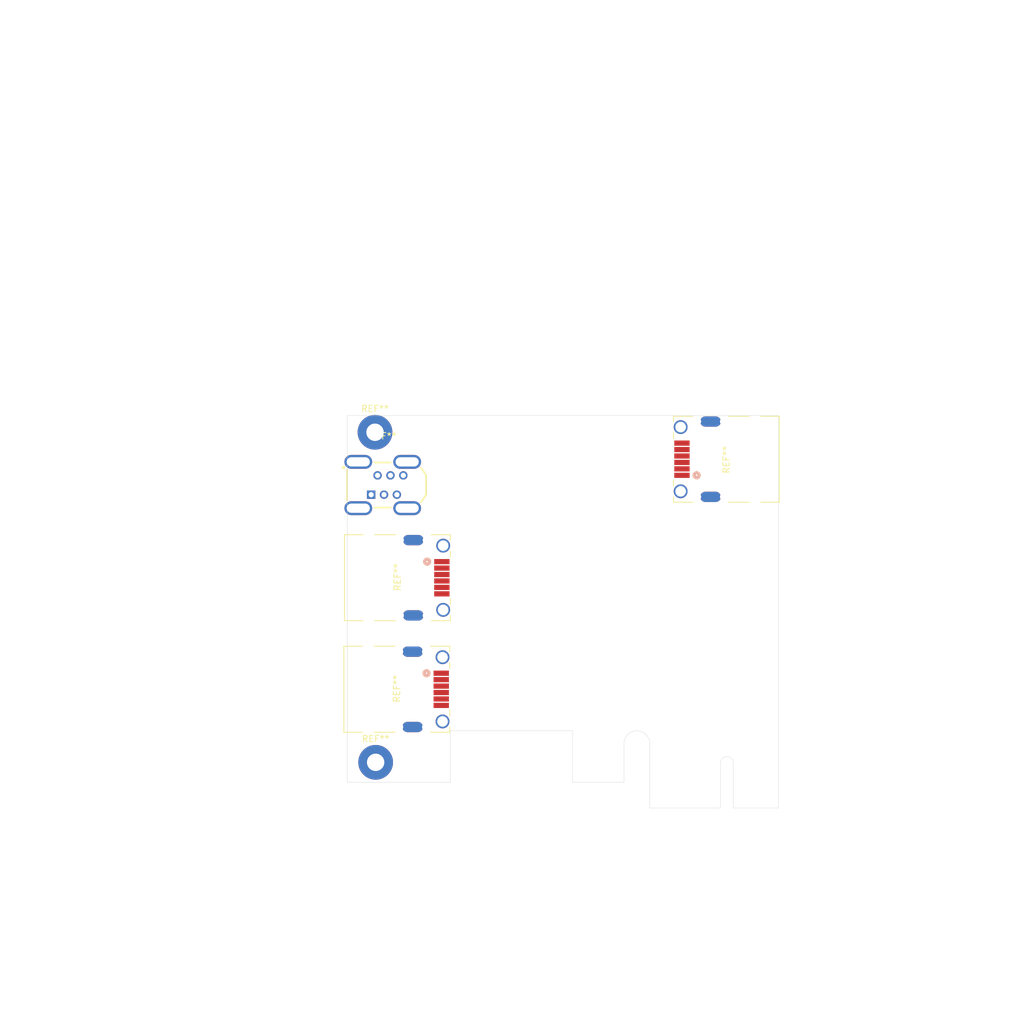
<source format=kicad_pcb>
(kicad_pcb (version 20241229) (generator "pcbnew") (generator_version "9.0")
  (layers (0 "F.Cu" signal) (2 "B.Cu" signal) (13 "F.Paste" user) (15 "B.Paste" user) (5 "F.SilkS" user "F.Silkscreen") (7 "B.SilkS" user "B.Silkscreen") (1 "F.Mask" user) (3 "B.Mask" user) (25 "Edge.Cuts" user))
  (net 0 "")
  (footprint "534620629:CONN6_62-0629_MOL" (layer "F.Cu") (at 141.1928 65.7108 -90)
    (property "Reference" "REF**" (at 2.413 6.9088 90) (layer "F.SilkS"))
    (property "Value" "CONN6_62-0629_MOL")
    (fp_line (start -4.191 15.1384) (end 9.1694 15.1384) (stroke (width 0.1524)) (layer "F.SilkS"))
    (fp_line (start 9.1694 15.1384) (end 9.1694 12.2428) (stroke (width 0.1524)) (layer "F.SilkS"))
    (fp_line (start -4.191 12.2428) (end -4.191 15.1384) (stroke (width 0.1524)) (layer "F.SilkS"))
    (fp_line (start 9.1694 10.4648) (end 9.1694 7.2136) (stroke (width 0.1524)) (layer "F.SilkS"))
    (fp_line (start -4.191 7.2136) (end -4.191 10.4648) (stroke (width 0.1524)) (layer "F.SilkS"))
    (fp_line (start 9.1694 1.6764) (end 9.1694 -1.3208) (stroke (width 0.1524)) (layer "F.SilkS"))
    (fp_line (start -4.191 -1.3208) (end -4.191 1.6764) (stroke (width 0.1524)) (layer "F.SilkS"))
    (fp_line (start -3.3528 -1.3208) (end -4.191 -1.3208) (stroke (width 0.1524)) (layer "F.SilkS"))
    (fp_line (start -0.7112 -1.3208) (end -1.651 -1.3208) (stroke (width 0.1524)) (layer "F.SilkS"))
    (fp_line (start 6.6294 -1.3208) (end 5.715 -1.3208) (stroke (width 0.1524)) (layer "F.SilkS"))
    (fp_line (start 9.1694 -1.3208) (end 8.3566 -1.3208) (stroke (width 0.1524)) (layer "F.SilkS"))
    (fp_arc (start -0.381 2.286) (mid 0 1.905) (end 0.381 2.286) (stroke (width 0.508)) (layer "F.SilkS"))
    (fp_arc (start 0.381 2.286) (mid 0 2.667) (end -0.381 2.286) (stroke (width 0.508)) (layer "F.SilkS"))
    (fp_arc (start -0.381 2.286) (mid 0 1.905) (end 0.381 2.286) (stroke (width 0.508)) (layer "B.SilkS"))
    (fp_arc (start 0.381 2.286) (mid 0 2.667) (end -0.381 2.286) (stroke (width 0.508)) (layer "B.SilkS"))
    (pad "" np_thru_hole circle (at -3.3528 2.4384 270) (size 1.0922 1.0922) (drill 1.0922) (layers "*.Cu" "*.Mask"))
    (pad "" np_thru_hole circle (at -3.3528 6.4516 270) (size 1.0922 1.0922) (drill 1.0922) (layers "*.Cu" "*.Mask"))
    (pad "" np_thru_hole circle (at 8.3566 2.4384 270) (size 1.0922 1.0922) (drill 1.0922) (layers "*.Cu" "*.Mask"))
    (pad "" np_thru_hole circle (at 8.3566 6.4516 270) (size 1.0922 1.0922) (drill 1.0922) (layers "*.Cu" "*.Mask"))
    (pad "1" smd rect (at 0 0 270) (size 0.8128 2.3876) (layers "F.Cu" "F.Mask" "F.Paste"))
    (pad "2" smd rect (at 0.999997 0 270) (size 0.8128 2.3876) (layers "F.Cu" "F.Mask" "F.Paste"))
    (pad "3" smd rect (at 2 0 270) (size 0.8128 2.3876) (layers "F.Cu" "F.Mask" "F.Paste"))
    (pad "4" smd rect (at 2.99999 0 270) (size 0.8128 2.3876) (layers "F.Cu" "F.Mask" "F.Paste"))
    (pad "5" smd rect (at 3.99999 0 270) (size 0.8128 2.3876) (layers "F.Cu" "F.Mask" "F.Paste"))
    (pad "6" smd rect (at 4.99999 0 270) (size 0.8128 2.3876) (layers "F.Cu" "F.Mask" "F.Paste"))
    (pad "7" thru_hole circle (at -2.4892 -0.2032 270) (size 2.159 2.159) (drill 1.651) (layers "*.Cu" "*.Mask"))
    (pad "8" thru_hole circle (at 7.493 -0.2032 270) (size 2.159 2.159) (drill 1.651) (layers "*.Cu" "*.Mask"))
    (pad "9" thru_hole oval (at -3.3528 4.445 270) (size 1.6002 3.2004) (drill 0.0254) (layers "*.Cu" "*.Mask"))
    (pad "10" thru_hole oval (at 8.3566 4.445 270) (size 1.6002 3.2004) (drill 0.0254) (layers "*.Cu" "*.Mask"))
  )
  (footprint "MountingHole:MountingHole_2.7mm_M2.5_Pad" (layer "F.Cu") (at 130.8 45.6)
    (property "Reference" "REF**" (at 0 -3.65 0) (layer "F.SilkS"))
    (property "Value" "MountingHole_2.7mm_M2.5_Pad")
    (pad "1" thru_hole circle (at 0 0) (size 5.4 5.4) (drill 2.7) (layers "*.Cu" "*.Mask"))
  )
  (footprint "534620629:CONN6_62-0629_MOL" (layer "F.Cu") (at 141.0928 83.0528 -90)
    (property "Reference" "REF**" (at 2.413 6.9088 90) (layer "F.SilkS"))
    (property "Value" "CONN6_62-0629_MOL")
    (fp_line (start -4.191 15.1384) (end 9.1694 15.1384) (stroke (width 0.1524)) (layer "F.SilkS"))
    (fp_line (start 9.1694 15.1384) (end 9.1694 12.2428) (stroke (width 0.1524)) (layer "F.SilkS"))
    (fp_line (start -4.191 12.2428) (end -4.191 15.1384) (stroke (width 0.1524)) (layer "F.SilkS"))
    (fp_line (start 9.1694 10.4648) (end 9.1694 7.2136) (stroke (width 0.1524)) (layer "F.SilkS"))
    (fp_line (start -4.191 7.2136) (end -4.191 10.4648) (stroke (width 0.1524)) (layer "F.SilkS"))
    (fp_line (start 9.1694 1.6764) (end 9.1694 -1.3208) (stroke (width 0.1524)) (layer "F.SilkS"))
    (fp_line (start -4.191 -1.3208) (end -4.191 1.6764) (stroke (width 0.1524)) (layer "F.SilkS"))
    (fp_line (start -3.3528 -1.3208) (end -4.191 -1.3208) (stroke (width 0.1524)) (layer "F.SilkS"))
    (fp_line (start -0.7112 -1.3208) (end -1.651 -1.3208) (stroke (width 0.1524)) (layer "F.SilkS"))
    (fp_line (start 6.6294 -1.3208) (end 5.715 -1.3208) (stroke (width 0.1524)) (layer "F.SilkS"))
    (fp_line (start 9.1694 -1.3208) (end 8.3566 -1.3208) (stroke (width 0.1524)) (layer "F.SilkS"))
    (fp_arc (start -0.381 2.286) (mid 0 1.905) (end 0.381 2.286) (stroke (width 0.508)) (layer "F.SilkS"))
    (fp_arc (start 0.381 2.286) (mid 0 2.667) (end -0.381 2.286) (stroke (width 0.508)) (layer "F.SilkS"))
    (fp_arc (start -0.381 2.286) (mid 0 1.905) (end 0.381 2.286) (stroke (width 0.508)) (layer "B.SilkS"))
    (fp_arc (start 0.381 2.286) (mid 0 2.667) (end -0.381 2.286) (stroke (width 0.508)) (layer "B.SilkS"))
    (pad "" np_thru_hole circle (at -3.3528 2.4384 270) (size 1.0922 1.0922) (drill 1.0922) (layers "*.Cu" "*.Mask"))
    (pad "" np_thru_hole circle (at -3.3528 6.4516 270) (size 1.0922 1.0922) (drill 1.0922) (layers "*.Cu" "*.Mask"))
    (pad "" np_thru_hole circle (at 8.3566 2.4384 270) (size 1.0922 1.0922) (drill 1.0922) (layers "*.Cu" "*.Mask"))
    (pad "" np_thru_hole circle (at 8.3566 6.4516 270) (size 1.0922 1.0922) (drill 1.0922) (layers "*.Cu" "*.Mask"))
    (pad "1" smd rect (at 0 0 270) (size 0.8128 2.3876) (layers "F.Cu" "F.Mask" "F.Paste"))
    (pad "2" smd rect (at 0.999997 0 270) (size 0.8128 2.3876) (layers "F.Cu" "F.Mask" "F.Paste"))
    (pad "3" smd rect (at 2 0 270) (size 0.8128 2.3876) (layers "F.Cu" "F.Mask" "F.Paste"))
    (pad "4" smd rect (at 2.99999 0 270) (size 0.8128 2.3876) (layers "F.Cu" "F.Mask" "F.Paste"))
    (pad "5" smd rect (at 3.99999 0 270) (size 0.8128 2.3876) (layers "F.Cu" "F.Mask" "F.Paste"))
    (pad "6" smd rect (at 4.99999 0 270) (size 0.8128 2.3876) (layers "F.Cu" "F.Mask" "F.Paste"))
    (pad "7" thru_hole circle (at -2.4892 -0.2032 270) (size 2.159 2.159) (drill 1.651) (layers "*.Cu" "*.Mask"))
    (pad "8" thru_hole circle (at 7.493 -0.2032 270) (size 2.159 2.159) (drill 1.651) (layers "*.Cu" "*.Mask"))
    (pad "9" thru_hole oval (at -3.3528 4.445 270) (size 1.6002 3.2004) (drill 0.0254) (layers "*.Cu" "*.Mask"))
    (pad "10" thru_hole oval (at 8.3566 4.445 270) (size 1.6002 3.2004) (drill 0.0254) (layers "*.Cu" "*.Mask"))
  )
  (footprint "easyeda2kicad:CONN-TH_1734290-1" (layer "F.Cu") (at 132 53.8)
    (property "Reference" "REF**" (at 0 -7.6 0) (layer "F.SilkS"))
    (property "Value" "CONN-TH_1734290-1")
    (fp_line (start -5.55 -2.4) (end -5.55 2.4) (stroke (width 0.25)) (layer "F.SilkS"))
    (fp_line (start -1.26 -3.5) (end 1.25 -3.5) (stroke (width 0.25)) (layer "F.SilkS"))
    (fp_line (start 1.25 3.5) (end -1.26 3.5) (stroke (width 0.25)) (layer "F.SilkS"))
    (fp_line (start 5.94 -2.7) (end 6.75 -1.5) (stroke (width 0.25)) (layer "F.SilkS"))
    (fp_line (start 6.75 -1.5) (end 6.75 1.5) (stroke (width 0.25)) (layer "F.SilkS"))
    (fp_line (start 6.75 1.5) (end 5.94 2.7) (stroke (width 0.25)) (layer "F.SilkS"))
    (fp_arc (start -6.1 -2.7) (mid -6.1 -2.7) (end -6.1 -2.7) (stroke (width 0.25)) (layer "F.SilkS"))
    (pad "1" thru_hole rect (at -1.8 1.5) (size 1.31 1.31) (drill oval 0.8001 0.80518) (layers "*.Cu" "*.Mask"))
    (pad "2" thru_hole circle (at -0.8 -1.5) (size 1.31 1.31) (drill oval 0.8001 0.80518) (layers "*.Cu" "*.Mask"))
    (pad "3" thru_hole circle (at 0.2 1.5) (size 1.31 1.31) (drill oval 0.8001 0.80518) (layers "*.Cu" "*.Mask"))
    (pad "4" thru_hole circle (at 1.2 -1.5) (size 1.31 1.31) (drill oval 0.8001 0.80518) (layers "*.Cu" "*.Mask"))
    (pad "5" thru_hole circle (at 2.2 1.5) (size 1.31 1.31) (drill oval 0.8001 0.80518) (layers "*.Cu" "*.Mask"))
    (pad "6" thru_hole circle (at 3.2 -1.5) (size 1.31 1.31) (drill oval 0.8001 0.80518) (layers "*.Cu" "*.Mask"))
    (pad "S1" thru_hole oval (at -3.8 -3.6) (size 4.32 2.16) (drill oval 3.599993 1.439977) (layers "*.Cu" "*.Mask"))
    (pad "S2" thru_hole oval (at 3.8 -3.6) (size 4.32 2.16) (drill oval 3.599993 1.439977) (layers "*.Cu" "*.Mask"))
    (pad "S3" thru_hole oval (at -3.8 3.6) (size 4.32 2.16) (drill oval 3.599993 1.439977) (layers "*.Cu" "*.Mask"))
    (pad "S4" thru_hole oval (at 3.8 3.6) (size 4.32 2.16) (drill oval 3.599993 1.439977) (layers "*.Cu" "*.Mask"))
  )
  (footprint "534620629:CONN6_62-0629_MOL" (layer "F.Cu") (at 178.5072 52.2892 90)
    (property "Reference" "REF**" (at 2.413 6.9088 90) (layer "F.SilkS"))
    (property "Value" "CONN6_62-0629_MOL")
    (fp_line (start 9.1694 -1.3208) (end 8.3566 -1.3208) (stroke (width 0.1524)) (layer "F.SilkS"))
    (fp_line (start 6.6294 -1.3208) (end 5.715 -1.3208) (stroke (width 0.1524)) (layer "F.SilkS"))
    (fp_line (start -0.7112 -1.3208) (end -1.651 -1.3208) (stroke (width 0.1524)) (layer "F.SilkS"))
    (fp_line (start -3.3528 -1.3208) (end -4.191 -1.3208) (stroke (width 0.1524)) (layer "F.SilkS"))
    (fp_line (start -4.191 -1.3208) (end -4.191 1.6764) (stroke (width 0.1524)) (layer "F.SilkS"))
    (fp_line (start 9.1694 1.6764) (end 9.1694 -1.3208) (stroke (width 0.1524)) (layer "F.SilkS"))
    (fp_line (start -4.191 7.2136) (end -4.191 10.4648) (stroke (width 0.1524)) (layer "F.SilkS"))
    (fp_line (start 9.1694 10.4648) (end 9.1694 7.2136) (stroke (width 0.1524)) (layer "F.SilkS"))
    (fp_line (start -4.191 12.2428) (end -4.191 15.1384) (stroke (width 0.1524)) (layer "F.SilkS"))
    (fp_line (start 9.1694 15.1384) (end 9.1694 12.2428) (stroke (width 0.1524)) (layer "F.SilkS"))
    (fp_line (start -4.191 15.1384) (end 9.1694 15.1384) (stroke (width 0.1524)) (layer "F.SilkS"))
    (fp_arc (start 0.381 2.286) (mid 0 2.667) (end -0.381 2.286) (stroke (width 0.508)) (layer "F.SilkS"))
    (fp_arc (start -0.381 2.286) (mid 0 1.905) (end 0.381 2.286) (stroke (width 0.508)) (layer "F.SilkS"))
    (fp_arc (start 0.381 2.286) (mid 0 2.667) (end -0.381 2.286) (stroke (width 0.508)) (layer "B.SilkS"))
    (fp_arc (start -0.381 2.286) (mid 0 1.905) (end 0.381 2.286) (stroke (width 0.508)) (layer "B.SilkS"))
    (pad "" np_thru_hole circle (at -3.3528 2.4384 90) (size 1.0922 1.0922) (drill 1.0922) (layers "*.Cu" "*.Mask"))
    (pad "" np_thru_hole circle (at -3.3528 6.4516 90) (size 1.0922 1.0922) (drill 1.0922) (layers "*.Cu" "*.Mask"))
    (pad "" np_thru_hole circle (at 8.3566 2.4384 90) (size 1.0922 1.0922) (drill 1.0922) (layers "*.Cu" "*.Mask"))
    (pad "" np_thru_hole circle (at 8.3566 6.4516 90) (size 1.0922 1.0922) (drill 1.0922) (layers "*.Cu" "*.Mask"))
    (pad "1" smd rect (at 0 0 90) (size 0.8128 2.3876) (layers "F.Cu" "F.Mask" "F.Paste"))
    (pad "2" smd rect (at 0.999997 0 90) (size 0.8128 2.3876) (layers "F.Cu" "F.Mask" "F.Paste"))
    (pad "3" smd rect (at 2 0 90) (size 0.8128 2.3876) (layers "F.Cu" "F.Mask" "F.Paste"))
    (pad "4" smd rect (at 2.99999 0 90) (size 0.8128 2.3876) (layers "F.Cu" "F.Mask" "F.Paste"))
    (pad "5" smd rect (at 3.99999 0 90) (size 0.8128 2.3876) (layers "F.Cu" "F.Mask" "F.Paste"))
    (pad "6" smd rect (at 4.99999 0 90) (size 0.8128 2.3876) (layers "F.Cu" "F.Mask" "F.Paste"))
    (pad "7" thru_hole circle (at -2.4892 -0.2032 90) (size 2.159 2.159) (drill 1.651) (layers "*.Cu" "*.Mask"))
    (pad "8" thru_hole circle (at 7.493 -0.2032 90) (size 2.159 2.159) (drill 1.651) (layers "*.Cu" "*.Mask"))
    (pad "9" thru_hole oval (at -3.3528 4.445 90) (size 1.6002 3.2004) (drill 0.0254) (layers "*.Cu" "*.Mask"))
    (pad "10" thru_hole oval (at 8.3566 4.445 90) (size 1.6002 3.2004) (drill 0.0254) (layers "*.Cu" "*.Mask"))
  )
  (footprint "MountingHole:MountingHole_2.7mm_M2.5_Pad" (layer "F.Cu") (at 130.9 96.9)
    (property "Reference" "REF**" (at 0 -3.65 0) (layer "F.SilkS"))
    (property "Value" "MountingHole_2.7mm_M2.5_Pad")
    (pad "1" thru_hole circle (at 0 0) (size 5.4 5.4) (drill 2.7) (layers "*.Cu" "*.Mask"))
  )
  (gr_line (start 184.5 97) (end 184.5 104) (stroke (width 0.05)) (layer "Edge.Cuts"))
  (gr_line (start 161.5 92) (end 142.5 92) (stroke (width 0.05)) (layer "Edge.Cuts"))
  (gr_line (start 186.5 104) (end 186.5 97) (stroke (width 0.05)) (layer "Edge.Cuts"))
  (gr_line (start 142.5 100) (end 126.5 100) (stroke (width 0.05)) (layer "Edge.Cuts"))
  (gr_line (start 173.5 104) (end 173.5 94) (stroke (width 0.05)) (layer "Edge.Cuts"))
  (gr_line (start 184.5 104) (end 173.5 104) (stroke (width 0.05)) (layer "Edge.Cuts"))
  (gr_line (start 193.5 104) (end 186.5 104) (stroke (width 0.05)) (layer "Edge.Cuts"))
  (gr_line (start 169.5 94) (end 169.5 100) (stroke (width 0.05)) (layer "Edge.Cuts"))
  (gr_line (start 193.5 43) (end 193.5 104) (stroke (width 0.05)) (layer "Edge.Cuts"))
  (gr_line (start 161.5 100) (end 161.5 92) (stroke (width 0.05)) (layer "Edge.Cuts"))
  (gr_arc (start 171.5 92) (mid 172.914214 92.585786) (end 173.5 94) (stroke (width 0.05)) (layer "Edge.Cuts"))
  (gr_line (start 169.5 100) (end 161.5 100) (stroke (width 0.05)) (layer "Edge.Cuts"))
  (gr_arc (start 184.5 97) (mid 184.792893 96.292893) (end 185.5 96) (stroke (width 0.05)) (layer "Edge.Cuts"))
  (gr_line (start 126.5 43) (end 193.5 43) (stroke (width 0.05)) (layer "Edge.Cuts"))
  (gr_line (start 126.5 100) (end 126.5 43) (stroke (width 0.05)) (layer "Edge.Cuts"))
  (gr_arc (start 185.5 96) (mid 186.207107 96.292893) (end 186.5 97) (stroke (width 0.05)) (layer "Edge.Cuts"))
  (gr_line (start 142.5 92) (end 142.5 100) (stroke (width 0.05)) (layer "Edge.Cuts"))
  (gr_arc (start 169.5 94) (mid 170.085786 92.585786) (end 171.5 92) (stroke (width 0.05)) (layer "Edge.Cuts"))
)
</source>
